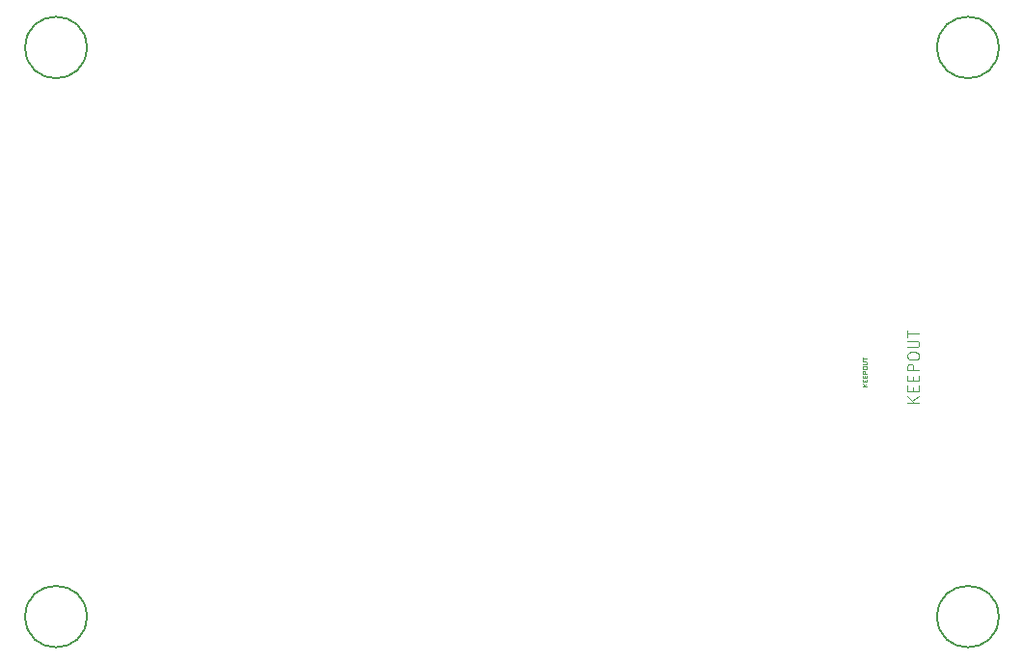
<source format=gbr>
%TF.GenerationSoftware,KiCad,Pcbnew,7.0.1*%
%TF.CreationDate,2024-02-21T01:36:57-05:00*%
%TF.ProjectId,12-30-23-Teacup.kicad_pcb-revC,31322d33-302d-4323-932d-546561637570,B*%
%TF.SameCoordinates,Original*%
%TF.FileFunction,Other,Comment*%
%FSLAX46Y46*%
G04 Gerber Fmt 4.6, Leading zero omitted, Abs format (unit mm)*
G04 Created by KiCad (PCBNEW 7.0.1) date 2024-02-21 01:36:57*
%MOMM*%
%LPD*%
G01*
G04 APERTURE LIST*
%ADD10C,0.100000*%
%ADD11C,0.060000*%
%ADD12C,0.150000*%
G04 APERTURE END LIST*
D10*
%TO.C,J2*%
X240697619Y-86190237D02*
X239697619Y-86190237D01*
X240697619Y-85618809D02*
X240126190Y-86047380D01*
X239697619Y-85618809D02*
X240269047Y-86190237D01*
X240173809Y-85190237D02*
X240173809Y-84856904D01*
X240697619Y-84714047D02*
X240697619Y-85190237D01*
X240697619Y-85190237D02*
X239697619Y-85190237D01*
X239697619Y-85190237D02*
X239697619Y-84714047D01*
X240173809Y-84285475D02*
X240173809Y-83952142D01*
X240697619Y-83809285D02*
X240697619Y-84285475D01*
X240697619Y-84285475D02*
X239697619Y-84285475D01*
X239697619Y-84285475D02*
X239697619Y-83809285D01*
X240697619Y-83380713D02*
X239697619Y-83380713D01*
X239697619Y-83380713D02*
X239697619Y-82999761D01*
X239697619Y-82999761D02*
X239745238Y-82904523D01*
X239745238Y-82904523D02*
X239792857Y-82856904D01*
X239792857Y-82856904D02*
X239888095Y-82809285D01*
X239888095Y-82809285D02*
X240030952Y-82809285D01*
X240030952Y-82809285D02*
X240126190Y-82856904D01*
X240126190Y-82856904D02*
X240173809Y-82904523D01*
X240173809Y-82904523D02*
X240221428Y-82999761D01*
X240221428Y-82999761D02*
X240221428Y-83380713D01*
X239697619Y-82190237D02*
X239697619Y-81999761D01*
X239697619Y-81999761D02*
X239745238Y-81904523D01*
X239745238Y-81904523D02*
X239840476Y-81809285D01*
X239840476Y-81809285D02*
X240030952Y-81761666D01*
X240030952Y-81761666D02*
X240364285Y-81761666D01*
X240364285Y-81761666D02*
X240554761Y-81809285D01*
X240554761Y-81809285D02*
X240650000Y-81904523D01*
X240650000Y-81904523D02*
X240697619Y-81999761D01*
X240697619Y-81999761D02*
X240697619Y-82190237D01*
X240697619Y-82190237D02*
X240650000Y-82285475D01*
X240650000Y-82285475D02*
X240554761Y-82380713D01*
X240554761Y-82380713D02*
X240364285Y-82428332D01*
X240364285Y-82428332D02*
X240030952Y-82428332D01*
X240030952Y-82428332D02*
X239840476Y-82380713D01*
X239840476Y-82380713D02*
X239745238Y-82285475D01*
X239745238Y-82285475D02*
X239697619Y-82190237D01*
X239697619Y-81333094D02*
X240507142Y-81333094D01*
X240507142Y-81333094D02*
X240602380Y-81285475D01*
X240602380Y-81285475D02*
X240650000Y-81237856D01*
X240650000Y-81237856D02*
X240697619Y-81142618D01*
X240697619Y-81142618D02*
X240697619Y-80952142D01*
X240697619Y-80952142D02*
X240650000Y-80856904D01*
X240650000Y-80856904D02*
X240602380Y-80809285D01*
X240602380Y-80809285D02*
X240507142Y-80761666D01*
X240507142Y-80761666D02*
X239697619Y-80761666D01*
X239697619Y-80428332D02*
X239697619Y-79856904D01*
X240697619Y-80142618D02*
X239697619Y-80142618D01*
D11*
X236145047Y-84783095D02*
X235745047Y-84783095D01*
X236145047Y-84554524D02*
X235916476Y-84725953D01*
X235745047Y-84554524D02*
X235973619Y-84783095D01*
X235935523Y-84383095D02*
X235935523Y-84249762D01*
X236145047Y-84192619D02*
X236145047Y-84383095D01*
X236145047Y-84383095D02*
X235745047Y-84383095D01*
X235745047Y-84383095D02*
X235745047Y-84192619D01*
X235935523Y-84021190D02*
X235935523Y-83887857D01*
X236145047Y-83830714D02*
X236145047Y-84021190D01*
X236145047Y-84021190D02*
X235745047Y-84021190D01*
X235745047Y-84021190D02*
X235745047Y-83830714D01*
X236145047Y-83659285D02*
X235745047Y-83659285D01*
X235745047Y-83659285D02*
X235745047Y-83506904D01*
X235745047Y-83506904D02*
X235764095Y-83468809D01*
X235764095Y-83468809D02*
X235783142Y-83449762D01*
X235783142Y-83449762D02*
X235821238Y-83430714D01*
X235821238Y-83430714D02*
X235878380Y-83430714D01*
X235878380Y-83430714D02*
X235916476Y-83449762D01*
X235916476Y-83449762D02*
X235935523Y-83468809D01*
X235935523Y-83468809D02*
X235954571Y-83506904D01*
X235954571Y-83506904D02*
X235954571Y-83659285D01*
X235745047Y-83183095D02*
X235745047Y-83106904D01*
X235745047Y-83106904D02*
X235764095Y-83068809D01*
X235764095Y-83068809D02*
X235802190Y-83030714D01*
X235802190Y-83030714D02*
X235878380Y-83011666D01*
X235878380Y-83011666D02*
X236011714Y-83011666D01*
X236011714Y-83011666D02*
X236087904Y-83030714D01*
X236087904Y-83030714D02*
X236126000Y-83068809D01*
X236126000Y-83068809D02*
X236145047Y-83106904D01*
X236145047Y-83106904D02*
X236145047Y-83183095D01*
X236145047Y-83183095D02*
X236126000Y-83221190D01*
X236126000Y-83221190D02*
X236087904Y-83259285D01*
X236087904Y-83259285D02*
X236011714Y-83278333D01*
X236011714Y-83278333D02*
X235878380Y-83278333D01*
X235878380Y-83278333D02*
X235802190Y-83259285D01*
X235802190Y-83259285D02*
X235764095Y-83221190D01*
X235764095Y-83221190D02*
X235745047Y-83183095D01*
X235745047Y-82840237D02*
X236068857Y-82840237D01*
X236068857Y-82840237D02*
X236106952Y-82821190D01*
X236106952Y-82821190D02*
X236126000Y-82802142D01*
X236126000Y-82802142D02*
X236145047Y-82764047D01*
X236145047Y-82764047D02*
X236145047Y-82687856D01*
X236145047Y-82687856D02*
X236126000Y-82649761D01*
X236126000Y-82649761D02*
X236106952Y-82630714D01*
X236106952Y-82630714D02*
X236068857Y-82611666D01*
X236068857Y-82611666D02*
X235745047Y-82611666D01*
X235745047Y-82478332D02*
X235745047Y-82249761D01*
X236145047Y-82364047D02*
X235745047Y-82364047D01*
D12*
%TO.C,H4*%
X247700000Y-55000000D02*
G75*
G03*
X247700000Y-55000000I-2700000J0D01*
G01*
%TO.C,H3*%
X247700000Y-105000000D02*
G75*
G03*
X247700000Y-105000000I-2700000J0D01*
G01*
%TO.C,H1*%
X167700000Y-105000000D02*
G75*
G03*
X167700000Y-105000000I-2700000J0D01*
G01*
%TO.C,H2*%
X167700000Y-55000000D02*
G75*
G03*
X167700000Y-55000000I-2700000J0D01*
G01*
%TD*%
M02*

</source>
